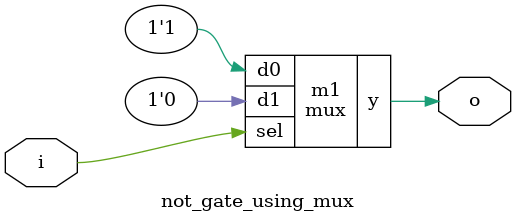
<source format=sv>

module mux
(
  input  d0, d1,
  input  sel,
  output y
);

  assign y = sel ? d1 : d0;

endmodule

//----------------------------------------------------------------------------
// Task
//----------------------------------------------------------------------------

module not_gate_using_mux
(
    input  i,
    output o
);

mux m1 (.d0(1'b1),.d1(1'b0),.sel(i),.y(o));

  // Task:
  // Implement not gate using instance(s) of mux,
  // constants 0 and 1, and wire connections


endmodule

</source>
